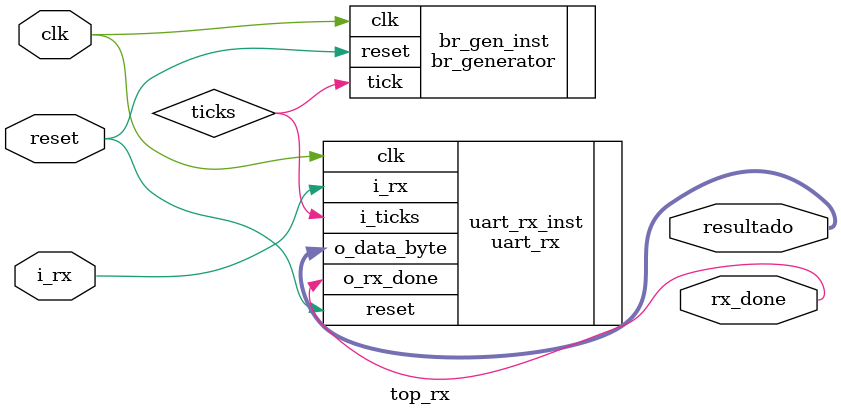
<source format=v>
`timescale 1ns / 1ps

// Top que se encarga de recibir una señal y mapearla en los leds

module top_rx(
    input clk,
    input reset,
    input i_rx,
    output [7:0] resultado,
    output reg      rx_done
);

    wire ticks;

    // Instantiate BR Generator
    br_generator #(
        .freq(100_000_000), // 100 MHz por defecto si no se especifica
        .baud_rate(19_200), // 19.2 kBaud por defecto si no se especifica
        .N(10)
    ) br_gen_inst (
        .clk(clk),
        .reset(reset),
        .tick(ticks)
    );

    // Instantiate UART Receiver
    uart_rx #(
        .DATA_WIDTH(8),
        .SB_TICKS(16)
    ) uart_rx_inst (
        .clk(clk),
        .reset(reset),
        .i_ticks(ticks),
        .i_rx(i_rx),
        .o_rx_done(rx_done),
        .o_data_byte(resultado)
    );

endmodule

</source>
